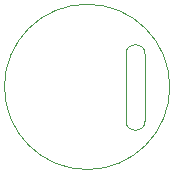
<source format=gbr>
G04 #@! TF.GenerationSoftware,KiCad,Pcbnew,5.1.5-52549c5~84~ubuntu18.04.1*
G04 #@! TF.CreationDate,2020-01-24T09:51:22+01:00*
G04 #@! TF.ProjectId,double-oh,646f7562-6c65-42d6-9f68-2e6b69636164,rev?*
G04 #@! TF.SameCoordinates,Original*
G04 #@! TF.FileFunction,Profile,NP*
%FSLAX46Y46*%
G04 Gerber Fmt 4.6, Leading zero omitted, Abs format (unit mm)*
G04 Created by KiCad (PCBNEW 5.1.5-52549c5~84~ubuntu18.04.1) date 2020-01-24 09:51:22*
%MOMM*%
%LPD*%
G04 APERTURE LIST*
%ADD10C,0.050000*%
G04 APERTURE END LIST*
D10*
X94100000Y-107400000D02*
X94100000Y-101700000D01*
X92500000Y-101700000D02*
G75*
G02X94100000Y-101700000I800000J0D01*
G01*
X92500000Y-107400000D02*
X92500000Y-101700000D01*
X92500000Y-107400000D02*
G75*
G03X94100000Y-107400000I800000J0D01*
G01*
X96200000Y-104500000D02*
G75*
G03X96200000Y-104500000I-7000000J0D01*
G01*
M02*

</source>
